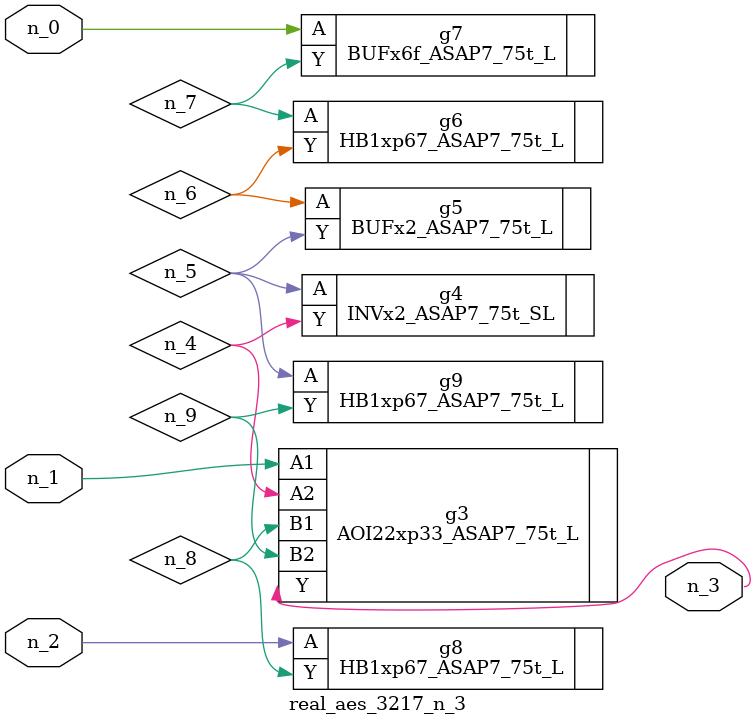
<source format=v>
module real_aes_3217_n_3 (n_0, n_2, n_1, n_3);
input n_0;
input n_2;
input n_1;
output n_3;
wire n_4;
wire n_5;
wire n_7;
wire n_8;
wire n_9;
wire n_6;
BUFx6f_ASAP7_75t_L g7 ( .A(n_0), .Y(n_7) );
AOI22xp33_ASAP7_75t_L g3 ( .A1(n_1), .A2(n_4), .B1(n_8), .B2(n_9), .Y(n_3) );
HB1xp67_ASAP7_75t_L g8 ( .A(n_2), .Y(n_8) );
INVx2_ASAP7_75t_SL g4 ( .A(n_5), .Y(n_4) );
HB1xp67_ASAP7_75t_L g9 ( .A(n_5), .Y(n_9) );
BUFx2_ASAP7_75t_L g5 ( .A(n_6), .Y(n_5) );
HB1xp67_ASAP7_75t_L g6 ( .A(n_7), .Y(n_6) );
endmodule
</source>
